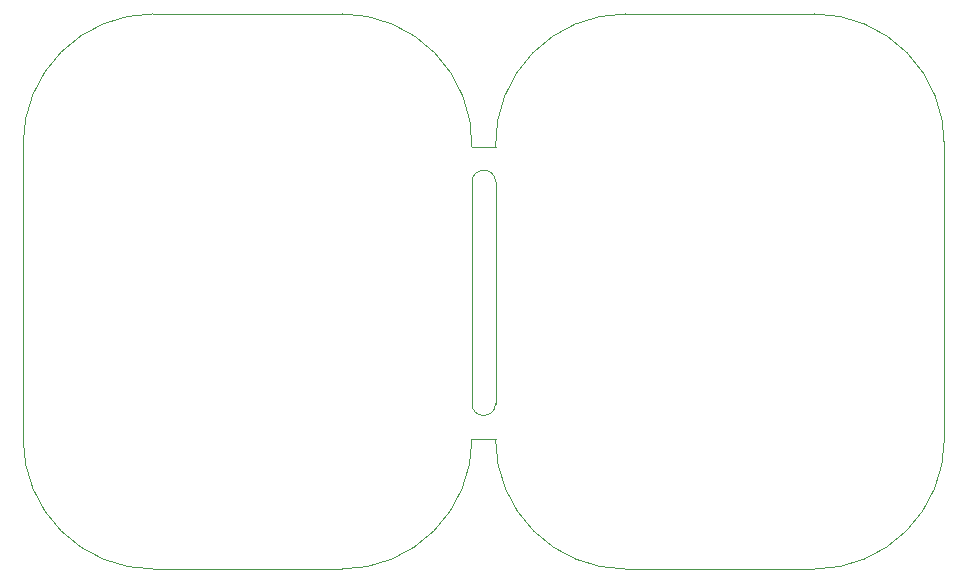
<source format=gbr>
%TF.GenerationSoftware,Altium Limited,Altium Designer,21.6.4 (81)*%
G04 Layer_Color=16711935*
%FSLAX43Y43*%
%MOMM*%
%TF.SameCoordinates,EF7AACBD-433E-4B6D-8733-A8E214C0EB56*%
%TF.FilePolarity,Positive*%
%TF.FileFunction,Other,Mechanical_1*%
%TF.Part,Single*%
G01*
G75*
%TA.AperFunction,NonConductor*%
%ADD10C,0.013*%
D10*
X52593Y19247D02*
G03*
X63606Y8247I11000J0D01*
G01*
X52593Y41021D02*
G03*
X50593Y41008I-1000J-13D01*
G01*
X50593Y22249D02*
G03*
X52593Y22248I1000J-0D01*
G01*
X90590Y44008D02*
G03*
X79593Y55247I-10997J239D01*
G01*
X63597D02*
G03*
X52593Y44008I-2J-11004D01*
G01*
X79593Y8247D02*
G03*
X90593Y19248I0J11000D01*
G01*
X50590Y44008D02*
G03*
X39593Y55247I-10997J239D01*
G01*
X23597D02*
G03*
X12593Y44242I-4J-11000D01*
G01*
X39593Y8247D02*
G03*
X50593Y19248I0J11000D01*
G01*
X12593Y19247D02*
G03*
X23606Y8247I11000J0D01*
G01*
X52593Y22248D02*
X52593Y41022D01*
X50593Y41008D02*
X50593Y22249D01*
X63606Y8247D02*
X79593Y8247D01*
X63590Y55243D02*
X79594D01*
X90593Y41008D02*
X90593Y22249D01*
X50593Y19248D02*
X52593D01*
X50590Y44008D02*
X52593D01*
X63606Y8247D02*
X79593Y8247D01*
X63589Y55247D02*
X79593Y55247D01*
X90590Y44488D02*
X90593Y19248D01*
X23606Y8247D02*
X39593Y8247D01*
X23589Y55247D02*
X39593Y55247D01*
X12593Y19247D02*
Y44242D01*
%TF.MD5,59d4b157f8c7806a21b555f1f2ac685d*%
M02*

</source>
